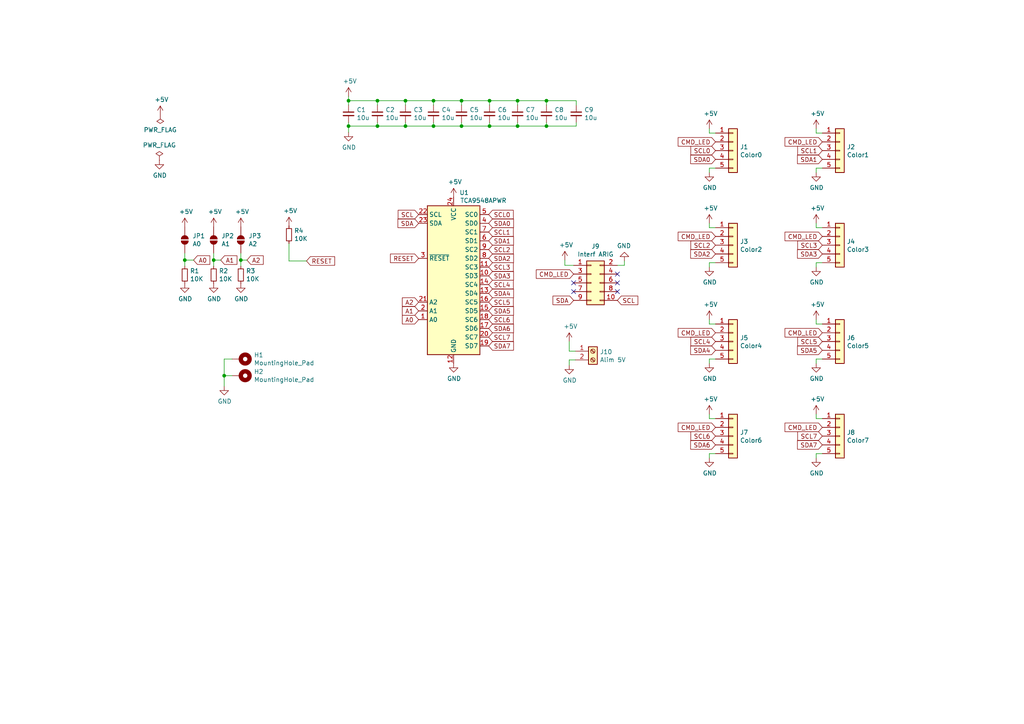
<source format=kicad_sch>
(kicad_sch (version 20231120) (generator "eeschema") (generator_version "8.0")
  (paper "A4")
  (lib_symbols
    (symbol "Connector:Screw_Terminal_01x02" (pin_names (offset 1.016) hide)
      (property "Reference" "J" (at 0 2.54 0))
      (property "Value" "Screw_Terminal_01x02" (at 0 -5.08 0))
      (symbol "Screw_Terminal_01x02_1_1"
        (rectangle (start -1.27 1.27) (end 1.27 -3.81) (stroke (width 0.254)) (fill (type background)))
        (circle (center 0 -2.54) (radius 0.635) (stroke (width 0.1524)))
        (polyline (pts (xy -0.5334 -2.2098) (xy 0.3302 -3.048)) (stroke (width 0.1524)))
        (polyline (pts (xy -0.5334 0.3302) (xy 0.3302 -0.508)) (stroke (width 0.1524)))
        (polyline (pts (xy -0.3556 -2.032) (xy 0.508 -2.8702)) (stroke (width 0.1524)))
        (polyline (pts (xy -0.3556 0.508) (xy 0.508 -0.3302)) (stroke (width 0.1524)))
        (circle (center 0 0) (radius 0.635) (stroke (width 0.1524)))
        (pin passive line (at -5.08 0 0) (length 3.81) (name "Pin_1") (number "1"))
        (pin passive line (at -5.08 -2.54 0) (length 3.81) (name "Pin_2") (number "2"))
      )
    )
    (symbol "Connector_Generic:Conn_01x05" (pin_names (offset 1.016) hide)
      (property "Reference" "J" (at 0 7.62 0))
      (property "Value" "Conn_01x05" (at 0 -7.62 0))
      (symbol "Conn_01x05_1_1"
        (rectangle (start -1.27 -4.953) (end 0 -5.207) (stroke (width 0.1524)))
        (rectangle (start -1.27 -2.413) (end 0 -2.667) (stroke (width 0.1524)))
        (rectangle (start -1.27 0.127) (end 0 -0.127) (stroke (width 0.1524)))
        (rectangle (start -1.27 2.667) (end 0 2.413) (stroke (width 0.1524)))
        (rectangle (start -1.27 5.207) (end 0 4.953) (stroke (width 0.1524)))
        (rectangle (start -1.27 6.35) (end 1.27 -6.35) (stroke (width 0.254)) (fill (type background)))
        (pin passive line (at -5.08 5.08 0) (length 3.81) (name "Pin_1") (number "1"))
        (pin passive line (at -5.08 2.54 0) (length 3.81) (name "Pin_2") (number "2"))
        (pin passive line (at -5.08 0 0) (length 3.81) (name "Pin_3") (number "3"))
        (pin passive line (at -5.08 -2.54 0) (length 3.81) (name "Pin_4") (number "4"))
        (pin passive line (at -5.08 -5.08 0) (length 3.81) (name "Pin_5") (number "5"))
      )
    )
    (symbol "Connector_Generic:Conn_02x05_Odd_Even" (pin_names (offset 1.016) hide)
      (property "Reference" "J" (at 1.27 7.62 0))
      (property "Value" "Conn_02x05_Odd_Even" (at 1.27 -7.62 0))
      (symbol "Conn_02x05_Odd_Even_1_1"
        (rectangle (start -1.27 -4.953) (end 0 -5.207) (stroke (width 0.1524)))
        (rectangle (start -1.27 -2.413) (end 0 -2.667) (stroke (width 0.1524)))
        (rectangle (start -1.27 0.127) (end 0 -0.127) (stroke (width 0.1524)))
        (rectangle (start -1.27 2.667) (end 0 2.413) (stroke (width 0.1524)))
        (rectangle (start -1.27 5.207) (end 0 4.953) (stroke (width 0.1524)))
        (rectangle (start -1.27 6.35) (end 3.81 -6.35) (stroke (width 0.254)) (fill (type background)))
        (rectangle (start 3.81 -4.953) (end 2.54 -5.207) (stroke (width 0.1524)))
        (rectangle (start 3.81 -2.413) (end 2.54 -2.667) (stroke (width 0.1524)))
        (rectangle (start 3.81 0.127) (end 2.54 -0.127) (stroke (width 0.1524)))
        (rectangle (start 3.81 2.667) (end 2.54 2.413) (stroke (width 0.1524)))
        (rectangle (start 3.81 5.207) (end 2.54 4.953) (stroke (width 0.1524)))
        (pin passive line (at -5.08 5.08 0) (length 3.81) (name "Pin_1") (number "1"))
        (pin passive line (at 7.62 -5.08 180) (length 3.81) (name "Pin_10") (number "10"))
        (pin passive line (at 7.62 5.08 180) (length 3.81) (name "Pin_2") (number "2"))
        (pin passive line (at -5.08 2.54 0) (length 3.81) (name "Pin_3") (number "3"))
        (pin passive line (at 7.62 2.54 180) (length 3.81) (name "Pin_4") (number "4"))
        (pin passive line (at -5.08 0 0) (length 3.81) (name "Pin_5") (number "5"))
        (pin passive line (at 7.62 0 180) (length 3.81) (name "Pin_6") (number "6"))
        (pin passive line (at -5.08 -2.54 0) (length 3.81) (name "Pin_7") (number "7"))
        (pin passive line (at 7.62 -2.54 180) (length 3.81) (name "Pin_8") (number "8"))
        (pin passive line (at -5.08 -5.08 0) (length 3.81) (name "Pin_9") (number "9"))
      )
    )
    (symbol "Device:C_Small" (pin_numbers hide) (pin_names (offset 0.254) hide)
      (property "Reference" "C" (at 0.254 1.778 0))
      (property "Value" "C_Small" (at 0.254 -2.032 0))
      (symbol "C_Small_0_1"
        (polyline (pts (xy -1.524 -0.508) (xy 1.524 -0.508)) (stroke (width 0.3302)))
        (polyline (pts (xy -1.524 0.508) (xy 1.524 0.508)) (stroke (width 0.3048)))
      )
      (symbol "C_Small_1_1"
        (pin passive line (at 0 2.54 270) (length 2.032) (name "~") (number "1"))
        (pin passive line (at 0 -2.54 90) (length 2.032) (name "~") (number "2"))
      )
    )
    (symbol "Device:R_Small" (pin_numbers hide) (pin_names (offset 0.254) hide)
      (property "Reference" "R" (at 0.762 0.508 0))
      (property "Value" "R_Small" (at 0.762 -1.016 0))
      (symbol "R_Small_0_1"
        (rectangle (start -0.762 1.778) (end 0.762 -1.778) (stroke (width 0.2032)))
      )
      (symbol "R_Small_1_1"
        (pin passive line (at 0 2.54 270) (length 0.762) (name "~") (number "1"))
        (pin passive line (at 0 -2.54 90) (length 0.762) (name "~") (number "2"))
      )
    )
    (symbol "Interface_Expansion:TCA9548APWR"
      (property "Reference" "U" (at -7.62 21.59 0))
      (property "Value" "TCA9548APWR" (at 1.016 21.59 0))
      (symbol "TCA9548APWR_0_1"
        (rectangle (start -7.62 20.32) (end 7.62 -22.86) (stroke (width 0.254)) (fill (type background)))
      )
      (symbol "TCA9548APWR_1_1"
        (pin input line (at -10.16 -12.7 0) (length 2.54) (name "A0") (number "1"))
        (pin bidirectional line (at 10.16 0 180) (length 2.54) (name "SD3") (number "10"))
        (pin output line (at 10.16 2.54 180) (length 2.54) (name "SC3") (number "11"))
        (pin power_in line (at 0 -25.4 90) (length 2.54) (name "GND") (number "12"))
        (pin bidirectional line (at 10.16 -5.08 180) (length 2.54) (name "SD4") (number "13"))
        (pin output line (at 10.16 -2.54 180) (length 2.54) (name "SC4") (number "14"))
        (pin bidirectional line (at 10.16 -10.16 180) (length 2.54) (name "SD5") (number "15"))
        (pin output line (at 10.16 -7.62 180) (length 2.54) (name "SC5") (number "16"))
        (pin bidirectional line (at 10.16 -15.24 180) (length 2.54) (name "SD6") (number "17"))
        (pin output line (at 10.16 -12.7 180) (length 2.54) (name "SC6") (number "18"))
        (pin bidirectional line (at 10.16 -20.32 180) (length 2.54) (name "SD7") (number "19"))
        (pin input line (at -10.16 -10.16 0) (length 2.54) (name "A1") (number "2"))
        (pin output line (at 10.16 -17.78 180) (length 2.54) (name "SC7") (number "20"))
        (pin input line (at -10.16 -7.62 0) (length 2.54) (name "A2") (number "21"))
        (pin input line (at -10.16 17.78 0) (length 2.54) (name "SCL") (number "22"))
        (pin bidirectional line (at -10.16 15.24 0) (length 2.54) (name "SDA") (number "23"))
        (pin power_in line (at 0 22.86 270) (length 2.54) (name "VCC") (number "24"))
        (pin input line (at -10.16 5.08 0) (length 2.54) (name "~{RESET}") (number "3"))
        (pin bidirectional line (at 10.16 15.24 180) (length 2.54) (name "SD0") (number "4"))
        (pin output line (at 10.16 17.78 180) (length 2.54) (name "SC0") (number "5"))
        (pin bidirectional line (at 10.16 10.16 180) (length 2.54) (name "SD1") (number "6"))
        (pin output line (at 10.16 12.7 180) (length 2.54) (name "SC1") (number "7"))
        (pin bidirectional line (at 10.16 5.08 180) (length 2.54) (name "SD2") (number "8"))
        (pin output line (at 10.16 7.62 180) (length 2.54) (name "SC2") (number "9"))
      )
    )
    (symbol "Jumper:SolderJumper_2_Open" (pin_numbers hide) (pin_names (offset 0) hide) (exclude_from_sim yes) (in_bom no)
      (property "Reference" "JP" (at 0 2.032 0))
      (property "Value" "SolderJumper_2_Open" (at 0 -2.54 0))
      (symbol "SolderJumper_2_Open_0_1"
        (arc (start -0.254 1.016) (mid -1.2656 0) (end -0.254 -1.016))
        (arc (start -0.254 1.016) (mid -1.2656 0) (end -0.254 -1.016) (fill (type outline)))
        (polyline (pts (xy -0.254 1.016) (xy -0.254 -1.016)))
        (polyline (pts (xy 0.254 1.016) (xy 0.254 -1.016)))
        (arc (start 0.254 -1.016) (mid 1.2656 0) (end 0.254 1.016))
        (arc (start 0.254 -1.016) (mid 1.2656 0) (end 0.254 1.016) (fill (type outline)))
      )
      (symbol "SolderJumper_2_Open_1_1"
        (pin passive line (at -3.81 0 0) (length 2.54) (name "A") (number "1"))
        (pin passive line (at 3.81 0 180) (length 2.54) (name "B") (number "2"))
      )
    )
    (symbol "Mechanical:MountingHole_Pad" (pin_numbers hide) (pin_names (offset 1.016) hide) (exclude_from_sim yes) (in_bom no)
      (property "Reference" "H" (at 0 6.35 0))
      (property "Value" "MountingHole_Pad" (at 0 4.445 0))
      (symbol "MountingHole_Pad_0_1"
        (circle (center 0 1.27) (radius 1.27) (stroke (width 1.27)))
      )
      (symbol "MountingHole_Pad_1_1"
        (pin input line (at 0 -2.54 90) (length 2.54) (name "1") (number "1"))
      )
    )
    (symbol "MultiplexeurCouleur-rescue:+5V-power" (power) (pin_names (offset 0))
      (property "Value" "power_+5V" (at 0 3.556 0))
      (symbol "+5V-power_0_1"
        (polyline (pts (xy -0.762 1.27) (xy 0 2.54)))
        (polyline (pts (xy 0 0) (xy 0 2.54)))
        (polyline (pts (xy 0 2.54) (xy 0.762 1.27)))
      )
      (symbol "+5V-power_1_1"
        (pin power_in line (at 0 0 90) (length 0) hide (name "+5V") (number "1"))
      )
    )
    (symbol "MultiplexeurCouleur-rescue:GND-power" (power) (pin_names (offset 0))
      (property "Value" "power_GND" (at 0 -3.81 0))
      (symbol "GND-power_0_1"
        (polyline (pts (xy 0 0) (xy 0 -1.27) (xy 1.27 -1.27) (xy 0 -2.54) (xy -1.27 -1.27) (xy 0 -1.27)))
      )
      (symbol "GND-power_1_1"
        (pin power_in line (at 0 0 270) (length 0) hide (name "GND") (number "1"))
      )
    )
    (symbol "MultiplexeurCouleur-rescue:PWR_FLAG-power" (power) (pin_numbers hide) (pin_names (offset 0) hide)
      (property "Value" "power_PWR_FLAG" (at 0 3.81 0))
      (symbol "PWR_FLAG-power_0_0"
        (pin power_out line (at 0 0 90) (length 0) (name "pwr") (number "1"))
      )
      (symbol "PWR_FLAG-power_0_1"
        (polyline (pts (xy 0 0) (xy 0 1.27) (xy -1.016 1.905) (xy 0 2.54) (xy 1.016 1.905) (xy 0 1.27)))
      )
    )
  )
  (junction (at 117.602 29.21))
  (junction (at 69.85 75.438))
  (junction (at 125.73 29.21))
  (junction (at 133.858 29.21))
  (junction (at 125.73 36.576))
  (junction (at 109.474 29.21))
  (junction (at 133.858 36.576))
  (junction (at 117.602 36.576))
  (junction (at 158.496 36.576))
  (junction (at 150.114 29.21))
  (junction (at 65.024 108.966))
  (junction (at 101.092 36.576))
  (junction (at 53.594 75.438))
  (junction (at 158.496 29.21))
  (junction (at 141.986 36.576))
  (junction (at 61.976 75.438))
  (junction (at 101.092 29.21))
  (junction (at 109.474 36.576))
  (junction (at 141.986 29.21))
  (junction (at 150.114 36.576))
  (no_connect (at 166.37 84.582))
  (no_connect (at 179.07 79.502))
  (no_connect (at 166.37 82.042))
  (no_connect (at 179.07 82.042))
  (no_connect (at 179.07 84.582))
  (wire (pts (xy 236.728 131.572) (xy 236.728 132.842)))
  (wire (pts (xy 141.986 30.48) (xy 141.986 29.21)))
  (wire (pts (xy 165.1 104.394) (xy 166.878 104.394)))
  (wire (pts (xy 236.728 76.2) (xy 236.728 77.47)))
  (wire (pts (xy 207.518 66.04) (xy 205.74 66.04)))
  (wire (pts (xy 167.132 36.576) (xy 158.496 36.576)))
  (wire (pts (xy 101.092 36.576) (xy 101.092 35.56)))
  (wire (pts (xy 53.594 75.438) (xy 53.594 77.216)))
  (wire (pts (xy 238.506 38.608) (xy 236.728 38.608)))
  (wire (pts (xy 101.092 27.94) (xy 101.092 29.21)))
  (wire (pts (xy 167.132 30.48) (xy 167.132 29.21)))
  (wire (pts (xy 205.74 38.608) (xy 205.74 37.338)))
  (wire (pts (xy 207.518 93.98) (xy 205.74 93.98)))
  (wire (pts (xy 150.114 36.576) (xy 141.986 36.576)))
  (wire (pts (xy 238.506 48.768) (xy 236.728 48.768)))
  (wire (pts (xy 165.1 101.854) (xy 166.878 101.854)))
  (wire (pts (xy 163.83 76.962) (xy 166.37 76.962)))
  (wire (pts (xy 236.728 38.608) (xy 236.728 37.338)))
  (wire (pts (xy 117.602 35.56) (xy 117.602 36.576)))
  (wire (pts (xy 158.496 30.48) (xy 158.496 29.21)))
  (wire (pts (xy 205.74 104.14) (xy 205.74 105.41)))
  (wire (pts (xy 61.976 77.216) (xy 61.976 75.438)))
  (wire (pts (xy 179.07 76.962) (xy 181.102 76.962)))
  (wire (pts (xy 207.518 131.572) (xy 205.74 131.572)))
  (wire (pts (xy 141.986 36.576) (xy 133.858 36.576)))
  (wire (pts (xy 207.518 121.412) (xy 205.74 121.412)))
  (wire (pts (xy 65.024 104.14) (xy 65.024 108.966)))
  (wire (pts (xy 163.83 75.438) (xy 163.83 76.962)))
  (wire (pts (xy 205.74 93.98) (xy 205.74 92.71)))
  (wire (pts (xy 236.728 48.768) (xy 236.728 50.038)))
  (wire (pts (xy 125.73 36.576) (xy 117.602 36.576)))
  (wire (pts (xy 133.858 35.56) (xy 133.858 36.576)))
  (wire (pts (xy 181.102 76.962) (xy 181.102 75.692)))
  (wire (pts (xy 125.73 35.56) (xy 125.73 36.576)))
  (wire (pts (xy 109.474 35.56) (xy 109.474 36.576)))
  (wire (pts (xy 236.728 121.412) (xy 236.728 120.142)))
  (wire (pts (xy 69.85 73.406) (xy 69.85 75.438)))
  (wire (pts (xy 71.628 75.438) (xy 69.85 75.438)))
  (wire (pts (xy 56.134 75.438) (xy 53.594 75.438)))
  (wire (pts (xy 238.506 93.98) (xy 236.728 93.98)))
  (wire (pts (xy 207.518 76.2) (xy 205.74 76.2)))
  (wire (pts (xy 133.858 36.576) (xy 125.73 36.576)))
  (wire (pts (xy 141.986 29.21) (xy 133.858 29.21)))
  (wire (pts (xy 165.1 105.918) (xy 165.1 104.394)))
  (wire (pts (xy 167.132 29.21) (xy 158.496 29.21)))
  (wire (pts (xy 125.73 30.48) (xy 125.73 29.21)))
  (wire (pts (xy 101.092 38.354) (xy 101.092 36.576)))
  (wire (pts (xy 141.986 35.56) (xy 141.986 36.576)))
  (wire (pts (xy 83.82 75.692) (xy 88.9 75.692)))
  (wire (pts (xy 133.858 30.48) (xy 133.858 29.21)))
  (wire (pts (xy 65.024 108.966) (xy 67.31 108.966)))
  (wire (pts (xy 125.73 29.21) (xy 117.602 29.21)))
  (wire (pts (xy 53.594 73.406) (xy 53.594 75.438)))
  (wire (pts (xy 158.496 35.56) (xy 158.496 36.576)))
  (wire (pts (xy 133.858 29.21) (xy 125.73 29.21)))
  (wire (pts (xy 117.602 36.576) (xy 109.474 36.576)))
  (wire (pts (xy 207.518 38.608) (xy 205.74 38.608)))
  (wire (pts (xy 205.74 48.768) (xy 205.74 50.038)))
  (wire (pts (xy 69.85 75.438) (xy 69.85 77.216)))
  (wire (pts (xy 150.114 30.48) (xy 150.114 29.21)))
  (wire (pts (xy 61.976 75.438) (xy 61.976 73.406)))
  (wire (pts (xy 236.728 104.14) (xy 236.728 105.41)))
  (wire (pts (xy 207.518 104.14) (xy 205.74 104.14)))
  (wire (pts (xy 150.114 29.21) (xy 141.986 29.21)))
  (wire (pts (xy 238.506 131.572) (xy 236.728 131.572)))
  (wire (pts (xy 158.496 29.21) (xy 150.114 29.21)))
  (wire (pts (xy 205.74 121.412) (xy 205.74 120.142)))
  (wire (pts (xy 67.31 104.14) (xy 65.024 104.14)))
  (wire (pts (xy 207.518 48.768) (xy 205.74 48.768)))
  (wire (pts (xy 205.74 76.2) (xy 205.74 77.47)))
  (wire (pts (xy 236.728 93.98) (xy 236.728 92.71)))
  (wire (pts (xy 83.82 70.612) (xy 83.82 75.692)))
  (wire (pts (xy 205.74 131.572) (xy 205.74 132.842)))
  (wire (pts (xy 238.506 104.14) (xy 236.728 104.14)))
  (wire (pts (xy 238.506 76.2) (xy 236.728 76.2)))
  (wire (pts (xy 64.008 75.438) (xy 61.976 75.438)))
  (wire (pts (xy 236.728 66.04) (xy 236.728 64.77)))
  (wire (pts (xy 150.114 35.56) (xy 150.114 36.576)))
  (wire (pts (xy 109.474 36.576) (xy 101.092 36.576)))
  (wire (pts (xy 165.1 99.06) (xy 165.1 101.854)))
  (wire (pts (xy 65.024 112.014) (xy 65.024 108.966)))
  (wire (pts (xy 109.474 30.48) (xy 109.474 29.21)))
  (wire (pts (xy 158.496 36.576) (xy 150.114 36.576)))
  (wire (pts (xy 101.092 29.21) (xy 101.092 30.48)))
  (wire (pts (xy 238.506 121.412) (xy 236.728 121.412)))
  (wire (pts (xy 109.474 29.21) (xy 101.092 29.21)))
  (wire (pts (xy 117.602 29.21) (xy 109.474 29.21)))
  (wire (pts (xy 238.506 66.04) (xy 236.728 66.04)))
  (wire (pts (xy 205.74 66.04) (xy 205.74 64.77)))
  (wire (pts (xy 117.602 30.48) (xy 117.602 29.21)))
  (wire (pts (xy 167.132 35.56) (xy 167.132 36.576)))
  (global_label "SCL1" (shape input) (at 238.506 43.688 180) (property "Intersheetrefs" "${INTERSHEET_REFS}" (effects (hide yes))))
  (global_label "CMD_LED" (shape input) (at 238.506 96.52 180) (property "Intersheetrefs" "${INTERSHEET_REFS}" (effects (hide yes))))
  (global_label "SCL7" (shape input) (at 141.732 97.79 0) (property "Intersheetrefs" "${INTERSHEET_REFS}" (effects (hide yes))))
  (global_label "SDA4" (shape input) (at 141.732 85.09 0) (property "Intersheetrefs" "${INTERSHEET_REFS}" (effects (hide yes))))
  (global_label "SDA0" (shape input) (at 141.732 64.77 0) (property "Intersheetrefs" "${INTERSHEET_REFS}" (effects (hide yes))))
  (global_label "SCL4" (shape input) (at 141.732 82.55 0) (property "Intersheetrefs" "${INTERSHEET_REFS}" (effects (hide yes))))
  (global_label "SCL3" (shape input) (at 141.732 77.47 0) (property "Intersheetrefs" "${INTERSHEET_REFS}" (effects (hide yes))))
  (global_label "SDA2" (shape input) (at 207.518 73.66 180) (property "Intersheetrefs" "${INTERSHEET_REFS}" (effects (hide yes))))
  (global_label "CMD_LED" (shape input) (at 207.518 41.148 180) (property "Intersheetrefs" "${INTERSHEET_REFS}" (effects (hide yes))))
  (global_label "CMD_LED" (shape input) (at 238.506 123.952 180) (property "Intersheetrefs" "${INTERSHEET_REFS}" (effects (hide yes))))
  (global_label "CMD_LED" (shape input) (at 238.506 41.148 180) (property "Intersheetrefs" "${INTERSHEET_REFS}" (effects (hide yes))))
  (global_label "SDA6" (shape input) (at 207.518 129.032 180) (property "Intersheetrefs" "${INTERSHEET_REFS}" (effects (hide yes))))
  (global_label "CMD_LED" (shape input) (at 166.37 79.502 180) (property "Intersheetrefs" "${INTERSHEET_REFS}" (effects (hide yes))))
  (global_label "A0" (shape input) (at 56.134 75.438 0) (property "Intersheetrefs" "${INTERSHEET_REFS}" (effects (hide yes))))
  (global_label "SDA5" (shape input) (at 238.506 101.6 180) (property "Intersheetrefs" "${INTERSHEET_REFS}" (effects (hide yes))))
  (global_label "CMD_LED" (shape input) (at 238.506 68.58 180) (property "Intersheetrefs" "${INTERSHEET_REFS}" (effects (hide yes))))
  (global_label "SCL6" (shape input) (at 141.732 92.71 0) (property "Intersheetrefs" "${INTERSHEET_REFS}" (effects (hide yes))))
  (global_label "A0" (shape input) (at 121.412 92.71 180) (property "Intersheetrefs" "${INTERSHEET_REFS}" (effects (hide yes))))
  (global_label "SCL6" (shape input) (at 207.518 126.492 180) (property "Intersheetrefs" "${INTERSHEET_REFS}" (effects (hide yes))))
  (global_label "SDA1" (shape input) (at 238.506 46.228 180) (property "Intersheetrefs" "${INTERSHEET_REFS}" (effects (hide yes))))
  (global_label "RESET" (shape input) (at 121.412 74.93 180) (property "Intersheetrefs" "${INTERSHEET_REFS}" (effects (hide yes))))
  (global_label "SCL2" (shape input) (at 141.732 72.39 0) (property "Intersheetrefs" "${INTERSHEET_REFS}" (effects (hide yes))))
  (global_label "SCL5" (shape input) (at 238.506 99.06 180) (property "Intersheetrefs" "${INTERSHEET_REFS}" (effects (hide yes))))
  (global_label "SCL4" (shape input) (at 207.518 99.06 180) (property "Intersheetrefs" "${INTERSHEET_REFS}" (effects (hide yes))))
  (global_label "SCL" (shape input) (at 179.07 87.122 0) (property "Intersheetrefs" "${INTERSHEET_REFS}" (effects (hide yes))))
  (global_label "CMD_LED" (shape input) (at 207.518 123.952 180) (property "Intersheetrefs" "${INTERSHEET_REFS}" (effects (hide yes))))
  (global_label "SDA1" (shape input) (at 141.732 69.85 0) (property "Intersheetrefs" "${INTERSHEET_REFS}" (effects (hide yes))))
  (global_label "A1" (shape input) (at 64.008 75.438 0) (property "Intersheetrefs" "${INTERSHEET_REFS}" (effects (hide yes))))
  (global_label "SDA" (shape input) (at 121.412 64.77 180) (property "Intersheetrefs" "${INTERSHEET_REFS}" (effects (hide yes))))
  (global_label "SDA" (shape input) (at 166.37 87.122 180) (property "Intersheetrefs" "${INTERSHEET_REFS}" (effects (hide yes))))
  (global_label "SDA2" (shape input) (at 141.732 74.93 0) (property "Intersheetrefs" "${INTERSHEET_REFS}" (effects (hide yes))))
  (global_label "SDA6" (shape input) (at 141.732 95.25 0) (property "Intersheetrefs" "${INTERSHEET_REFS}" (effects (hide yes))))
  (global_label "CMD_LED" (shape input) (at 207.518 68.58 180) (property "Intersheetrefs" "${INTERSHEET_REFS}" (effects (hide yes))))
  (global_label "SDA3" (shape input) (at 238.506 73.66 180) (property "Intersheetrefs" "${INTERSHEET_REFS}" (effects (hide yes))))
  (global_label "SCL0" (shape input) (at 141.732 62.23 0) (property "Intersheetrefs" "${INTERSHEET_REFS}" (effects (hide yes))))
  (global_label "SCL2" (shape input) (at 207.518 71.12 180) (property "Intersheetrefs" "${INTERSHEET_REFS}" (effects (hide yes))))
  (global_label "SDA5" (shape input) (at 141.732 90.17 0) (property "Intersheetrefs" "${INTERSHEET_REFS}" (effects (hide yes))))
  (global_label "SCL0" (shape input) (at 207.518 43.688 180) (property "Intersheetrefs" "${INTERSHEET_REFS}" (effects (hide yes))))
  (global_label "A2" (shape input) (at 121.412 87.63 180) (property "Intersheetrefs" "${INTERSHEET_REFS}" (effects (hide yes))))
  (global_label "SDA7" (shape input) (at 141.732 100.33 0) (property "Intersheetrefs" "${INTERSHEET_REFS}" (effects (hide yes))))
  (global_label "SDA4" (shape input) (at 207.518 101.6 180) (property "Intersheetrefs" "${INTERSHEET_REFS}" (effects (hide yes))))
  (global_label "SCL1" (shape input) (at 141.732 67.31 0) (property "Intersheetrefs" "${INTERSHEET_REFS}" (effects (hide yes))))
  (global_label "SDA7" (shape input) (at 238.506 129.032 180) (property "Intersheetrefs" "${INTERSHEET_REFS}" (effects (hide yes))))
  (global_label "SCL5" (shape input) (at 141.732 87.63 0) (property "Intersheetrefs" "${INTERSHEET_REFS}" (effects (hide yes))))
  (global_label "CMD_LED" (shape input) (at 207.518 96.52 180) (property "Intersheetrefs" "${INTERSHEET_REFS}" (effects (hide yes))))
  (global_label "SDA3" (shape input) (at 141.732 80.01 0) (property "Intersheetrefs" "${INTERSHEET_REFS}" (effects (hide yes))))
  (global_label "A2" (shape input) (at 71.628 75.438 0) (property "Intersheetrefs" "${INTERSHEET_REFS}" (effects (hide yes))))
  (global_label "RESET" (shape input) (at 88.9 75.692 0) (property "Intersheetrefs" "${INTERSHEET_REFS}" (effects (hide yes))))
  (global_label "A1" (shape input) (at 121.412 90.17 180) (property "Intersheetrefs" "${INTERSHEET_REFS}" (effects (hide yes))))
  (global_label "SCL3" (shape input) (at 238.506 71.12 180) (property "Intersheetrefs" "${INTERSHEET_REFS}" (effects (hide yes))))
  (global_label "SCL7" (shape input) (at 238.506 126.492 180) (property "Intersheetrefs" "${INTERSHEET_REFS}" (effects (hide yes))))
  (global_label "SDA0" (shape input) (at 207.518 46.228 180) (property "Intersheetrefs" "${INTERSHEET_REFS}" (effects (hide yes))))
  (global_label "SCL" (shape input) (at 121.412 62.23 180) (property "Intersheetrefs" "${INTERSHEET_REFS}" (effects (hide yes))))
  (symbol (lib_id "Interface_Expansion:TCA9548APWR") (at 131.572 80.01 0) (unit 1)
    (property "Reference" "U1" (at 134.62 55.88 0))
    (property "Value" "TCA9548APWR" (at 140.208 58.166 0))
    (property "Footprint" "Package_SO:TSSOP-24_4.4x7.8mm_P0.65mm" (effects (hide yes)))
    (property "Datasheet" "http://www.ti.com/lit/ds/symlink/tca9548a.pdf" (effects (hide yes)))
    (property "LCSC Part" "C130026" (effects (hide yes)))
  )
  (symbol (lib_id "Device:R_Small") (at 69.85 79.756 0) (unit 1)
    (property "Reference" "R3" (at 71.3486 78.5876 0) (effects (justify left)))
    (property "Value" "10K" (at 71.3486 80.899 0) (effects (justify left)))
    (property "Footprint" "Resistor_SMD:R_0805_2012Metric_Pad1.20x1.40mm_HandSolder" (effects (hide yes)))
    (property "LCSC Part" "C17414" (effects (hide yes)))
  )
  (symbol (lib_id "Device:R_Small") (at 61.976 79.756 0) (unit 1)
    (property "Reference" "R2" (at 63.4746 78.5876 0) (effects (justify left)))
    (property "Value" "10K" (at 63.4746 80.899 0) (effects (justify left)))
    (property "Footprint" "Resistor_SMD:R_0805_2012Metric_Pad1.20x1.40mm_HandSolder" (effects (hide yes)))
    (property "LCSC Part" "C17414" (effects (hide yes)))
  )
  (symbol (lib_id "Device:R_Small") (at 53.594 79.756 0) (unit 1)
    (property "Reference" "R1" (at 55.0926 78.5876 0) (effects (justify left)))
    (property "Value" "10K" (at 55.0926 80.899 0) (effects (justify left)))
    (property "Footprint" "Resistor_SMD:R_0805_2012Metric_Pad1.20x1.40mm_HandSolder" (effects (hide yes)))
    (property "LCSC Part" "C17414" (effects (hide yes)))
  )
  (symbol (lib_id "MultiplexeurCouleur-rescue:GND-power") (at 53.594 82.296 0) (unit 1)
    (property "Reference" "#PWR02" (effects (hide yes)))
    (property "Value" "GND" (at 53.721 86.6902 0))
  )
  (symbol (lib_id "MultiplexeurCouleur-rescue:GND-power") (at 61.976 82.296 0) (unit 1)
    (property "Reference" "#PWR04" (effects (hide yes)))
    (property "Value" "GND" (at 62.103 86.6902 0))
  )
  (symbol (lib_id "MultiplexeurCouleur-rescue:GND-power") (at 69.85 82.296 0) (unit 1)
    (property "Reference" "#PWR06" (effects (hide yes)))
    (property "Value" "GND" (at 69.977 86.6902 0))
  )
  (symbol (lib_id "MultiplexeurCouleur-rescue:+5V-power") (at 53.594 65.786 0) (unit 1)
    (property "Reference" "#PWR01" (effects (hide yes)))
    (property "Value" "+5V" (at 53.975 61.3918 0))
  )
  (symbol (lib_id "Jumper:SolderJumper_2_Open") (at 53.594 69.596 90) (unit 1)
    (property "Reference" "JP1" (at 55.8292 68.4276 90) (effects (justify right)))
    (property "Value" "A0" (at 55.8292 70.739 90) (effects (justify right)))
    (property "Footprint" "Jumper:SolderJumper-2_P1.3mm_Open_Pad1.0x1.5mm" (effects (hide yes)))
    (property "JLCPCB BOM" "0" (effects (hide yes)))
  )
  (symbol (lib_id "Jumper:SolderJumper_2_Open") (at 61.976 69.596 90) (unit 1)
    (property "Reference" "JP2" (at 64.2112 68.4276 90) (effects (justify right)))
    (property "Value" "A1" (at 64.2112 70.739 90) (effects (justify right)))
    (property "Footprint" "Jumper:SolderJumper-2_P1.3mm_Open_Pad1.0x1.5mm" (effects (hide yes)))
    (property "JLCPCB BOM" "0" (effects (hide yes)))
  )
  (symbol (lib_id "Jumper:SolderJumper_2_Open") (at 69.85 69.596 90) (unit 1)
    (property "Reference" "JP3" (at 72.0852 68.4276 90) (effects (justify right)))
    (property "Value" "A2" (at 72.0852 70.739 90) (effects (justify right)))
    (property "Footprint" "Jumper:SolderJumper-2_P1.3mm_Open_Pad1.0x1.5mm" (effects (hide yes)))
    (property "JLCPCB BOM" "0" (effects (hide yes)))
  )
  (symbol (lib_id "MultiplexeurCouleur-rescue:+5V-power") (at 61.976 65.786 0) (unit 1)
    (property "Reference" "#PWR03" (effects (hide yes)))
    (property "Value" "+5V" (at 62.357 61.3918 0))
  )
  (symbol (lib_id "MultiplexeurCouleur-rescue:+5V-power") (at 69.85 65.786 0) (unit 1)
    (property "Reference" "#PWR05" (effects (hide yes)))
    (property "Value" "+5V" (at 70.231 61.3918 0))
  )
  (symbol (lib_id "MultiplexeurCouleur-rescue:GND-power") (at 131.572 105.41 0) (unit 1)
    (property "Reference" "#PWR011" (effects (hide yes)))
    (property "Value" "GND" (at 131.699 109.8042 0))
  )
  (symbol (lib_id "MultiplexeurCouleur-rescue:+5V-power") (at 131.572 57.15 0) (unit 1)
    (property "Reference" "#PWR010" (effects (hide yes)))
    (property "Value" "+5V" (at 131.953 52.7558 0))
  )
  (symbol (lib_id "MultiplexeurCouleur-rescue:+5V-power") (at 101.092 27.94 0) (unit 1)
    (property "Reference" "#PWR08" (effects (hide yes)))
    (property "Value" "+5V" (at 101.473 23.5458 0))
  )
  (symbol (lib_id "MultiplexeurCouleur-rescue:GND-power") (at 101.092 38.354 0) (unit 1)
    (property "Reference" "#PWR09" (effects (hide yes)))
    (property "Value" "GND" (at 101.219 42.7482 0))
  )
  (symbol (lib_id "Device:C_Small") (at 101.092 33.02 0) (unit 1)
    (property "Reference" "C1" (at 103.4288 31.8516 0) (effects (justify left)))
    (property "Value" "10u" (at 103.4288 34.163 0) (effects (justify left)))
    (property "Footprint" "Capacitor_SMD:C_0805_2012Metric_Pad1.18x1.45mm_HandSolder" (effects (hide yes)))
    (property "Datasheet" "https://datasheet.lcsc.com/szlcsc/Samsung-Electro-Mechanics-CL21A106KAYNNNE_C15850.pdf" (effects (hide yes)))
    (property "LCSC Part" "C15850" (effects (hide yes)))
  )
  (symbol (lib_id "Device:R_Small") (at 83.82 68.072 180) (unit 1)
    (property "Reference" "R4" (at 85.3186 66.9036 0) (effects (justify right)))
    (property "Value" "10K" (at 85.3186 69.215 0) (effects (justify right)))
    (property "Footprint" "Resistor_SMD:R_0805_2012Metric_Pad1.20x1.40mm_HandSolder" (effects (hide yes)))
    (property "LCSC Part" "C17414" (effects (hide yes)))
  )
  (symbol (lib_id "MultiplexeurCouleur-rescue:+5V-power") (at 83.82 65.532 0) (unit 1)
    (property "Reference" "#PWR07" (effects (hide yes)))
    (property "Value" "+5V" (at 84.201 61.1378 0))
  )
  (symbol (lib_id "Connector_Generic:Conn_02x05_Odd_Even") (at 171.45 82.042 0) (unit 1)
    (property "Reference" "J9" (at 172.72 71.4502 0))
    (property "Value" "Interf ARIG" (at 172.72 73.7616 0))
    (property "Footprint" "Connector_IDC:IDC-Header_2x05_P2.54mm_Vertical" (effects (hide yes)))
    (property "JLCPCB BOM" "0" (effects (hide yes)))
  )
  (symbol (lib_id "MultiplexeurCouleur-rescue:GND-power") (at 181.102 75.692 180) (unit 1)
    (property "Reference" "#PWR013" (effects (hide yes)))
    (property "Value" "GND" (at 180.975 71.2978 0))
  )
  (symbol (lib_id "MultiplexeurCouleur-rescue:+5V-power") (at 163.83 75.438 0) (unit 1)
    (property "Reference" "#PWR012" (effects (hide yes)))
    (property "Value" "+5V" (at 164.211 71.0438 0))
  )
  (symbol (lib_id "Connector_Generic:Conn_01x05") (at 212.598 43.688 0) (unit 1)
    (property "Reference" "J1" (at 214.63 42.6212 0) (effects (justify left)))
    (property "Value" "Color0" (at 214.63 44.9326 0) (effects (justify left)))
    (property "Footprint" "Connector_JST:JST_PH_B5B-PH-K_1x05_P2.00mm_Vertical" (effects (hide yes)))
    (property "JLCPCB BOM" "0" (effects (hide yes)))
  )
  (symbol (lib_id "MultiplexeurCouleur-rescue:GND-power") (at 205.74 50.038 0) (unit 1)
    (property "Reference" "#PWR015" (effects (hide yes)))
    (property "Value" "GND" (at 205.867 54.4322 0))
  )
  (symbol (lib_id "MultiplexeurCouleur-rescue:+5V-power") (at 205.74 37.338 0) (unit 1)
    (property "Reference" "#PWR014" (effects (hide yes)))
    (property "Value" "+5V" (at 206.121 32.9438 0))
  )
  (symbol (lib_id "Connector_Generic:Conn_01x05") (at 243.586 43.688 0) (unit 1)
    (property "Reference" "J2" (at 245.618 42.6212 0) (effects (justify left)))
    (property "Value" "Color1" (at 245.618 44.9326 0) (effects (justify left)))
    (property "Footprint" "Connector_JST:JST_PH_B5B-PH-K_1x05_P2.00mm_Vertical" (effects (hide yes)))
    (property "JLCPCB BOM" "0" (effects (hide yes)))
  )
  (symbol (lib_id "MultiplexeurCouleur-rescue:GND-power") (at 236.728 50.038 0) (unit 1)
    (property "Reference" "#PWR023" (effects (hide yes)))
    (property "Value" "GND" (at 236.855 54.4322 0))
  )
  (symbol (lib_id "MultiplexeurCouleur-rescue:+5V-power") (at 236.728 37.338 0) (unit 1)
    (property "Reference" "#PWR022" (effects (hide yes)))
    (property "Value" "+5V" (at 237.109 32.9438 0))
  )
  (symbol (lib_id "Connector_Generic:Conn_01x05") (at 212.598 71.12 0) (unit 1)
    (property "Reference" "J3" (at 214.63 70.0532 0) (effects (justify left)))
    (property "Value" "Color2" (at 214.63 72.3646 0) (effects (justify left)))
    (property "Footprint" "Connector_JST:JST_PH_B5B-PH-K_1x05_P2.00mm_Vertical" (effects (hide yes)))
    (property "JLCPCB BOM" "0" (effects (hide yes)))
  )
  (symbol (lib_id "MultiplexeurCouleur-rescue:GND-power") (at 205.74 77.47 0) (unit 1)
    (property "Reference" "#PWR017" (effects (hide yes)))
    (property "Value" "GND" (at 205.867 81.8642 0))
  )
  (symbol (lib_id "MultiplexeurCouleur-rescue:+5V-power") (at 205.74 64.77 0) (unit 1)
    (property "Reference" "#PWR016" (effects (hide yes)))
    (property "Value" "+5V" (at 206.121 60.3758 0))
  )
  (symbol (lib_id "Connector_Generic:Conn_01x05") (at 243.586 71.12 0) (unit 1)
    (property "Reference" "J4" (at 245.618 70.0532 0) (effects (justify left)))
    (property "Value" "Color3" (at 245.618 72.3646 0) (effects (justify left)))
    (property "Footprint" "Connector_JST:JST_PH_B5B-PH-K_1x05_P2.00mm_Vertical" (effects (hide yes)))
    (property "JLCPCB BOM" "0" (effects (hide yes)))
  )
  (symbol (lib_id "MultiplexeurCouleur-rescue:GND-power") (at 236.728 77.47 0) (unit 1)
    (property "Reference" "#PWR025" (effects (hide yes)))
    (property "Value" "GND" (at 236.855 81.8642 0))
  )
  (symbol (lib_id "MultiplexeurCouleur-rescue:+5V-power") (at 236.728 64.77 0) (unit 1)
    (property "Reference" "#PWR024" (effects (hide yes)))
    (property "Value" "+5V" (at 237.109 60.3758 0))
  )
  (symbol (lib_id "Connector_Generic:Conn_01x05") (at 212.598 99.06 0) (unit 1)
    (property "Reference" "J5" (at 214.63 97.9932 0) (effects (justify left)))
    (property "Value" "Color4" (at 214.63 100.3046 0) (effects (justify left)))
    (property "Footprint" "Connector_JST:JST_PH_B5B-PH-K_1x05_P2.00mm_Vertical" (effects (hide yes)))
    (property "JLCPCB BOM" "0" (effects (hide yes)))
  )
  (symbol (lib_id "MultiplexeurCouleur-rescue:GND-power") (at 205.74 105.41 0) (unit 1)
    (property "Reference" "#PWR019" (effects (hide yes)))
    (property "Value" "GND" (at 205.867 109.8042 0))
  )
  (symbol (lib_id "MultiplexeurCouleur-rescue:+5V-power") (at 205.74 92.71 0) (unit 1)
    (property "Reference" "#PWR018" (effects (hide yes)))
    (property "Value" "+5V" (at 206.121 88.3158 0))
  )
  (symbol (lib_id "Connector_Generic:Conn_01x05") (at 243.586 99.06 0) (unit 1)
    (property "Reference" "J6" (at 245.618 97.9932 0) (effects (justify left)))
    (property "Value" "Color5" (at 245.618 100.3046 0) (effects (justify left)))
    (property "Footprint" "Connector_JST:JST_PH_B5B-PH-K_1x05_P2.00mm_Vertical" (effects (hide yes)))
    (property "JLCPCB BOM" "0" (effects (hide yes)))
  )
  (symbol (lib_id "MultiplexeurCouleur-rescue:GND-power") (at 236.728 105.41 0) (unit 1)
    (property "Reference" "#PWR027" (effects (hide yes)))
    (property "Value" "GND" (at 236.855 109.8042 0))
  )
  (symbol (lib_id "MultiplexeurCouleur-rescue:+5V-power") (at 236.728 92.71 0) (unit 1)
    (property "Reference" "#PWR026" (effects (hide yes)))
    (property "Value" "+5V" (at 237.109 88.3158 0))
  )
  (symbol (lib_id "Connector_Generic:Conn_01x05") (at 212.598 126.492 0) (unit 1)
    (property "Reference" "J7" (at 214.63 125.4252 0) (effects (justify left)))
    (property "Value" "Color6" (at 214.63 127.7366 0) (effects (justify left)))
    (property "Footprint" "Connector_JST:JST_PH_B5B-PH-K_1x05_P2.00mm_Vertical" (effects (hide yes)))
    (property "JLCPCB BOM" "0" (effects (hide yes)))
  )
  (symbol (lib_id "MultiplexeurCouleur-rescue:GND-power") (at 205.74 132.842 0) (unit 1)
    (property "Reference" "#PWR021" (effects (hide yes)))
    (property "Value" "GND" (at 205.867 137.2362 0))
  )
  (symbol (lib_id "MultiplexeurCouleur-rescue:+5V-power") (at 205.74 120.142 0) (unit 1)
    (property "Reference" "#PWR020" (effects (hide yes)))
    (property "Value" "+5V" (at 206.121 115.7478 0))
  )
  (symbol (lib_id "Connector_Generic:Conn_01x05") (at 243.586 126.492 0) (unit 1)
    (property "Reference" "J8" (at 245.618 125.4252 0) (effects (justify left)))
    (property "Value" "Color7" (at 245.618 127.7366 0) (effects (justify left)))
    (property "Footprint" "Connector_JST:JST_PH_B5B-PH-K_1x05_P2.00mm_Vertical" (effects (hide yes)))
    (property "JLCPCB BOM" "0" (effects (hide yes)))
  )
  (symbol (lib_id "MultiplexeurCouleur-rescue:GND-power") (at 236.728 132.842 0) (unit 1)
    (property "Reference" "#PWR029" (effects (hide yes)))
    (property "Value" "GND" (at 236.855 137.2362 0))
  )
  (symbol (lib_id "MultiplexeurCouleur-rescue:+5V-power") (at 236.728 120.142 0) (unit 1)
    (property "Reference" "#PWR028" (effects (hide yes)))
    (property "Value" "+5V" (at 237.109 115.7478 0))
  )
  (symbol (lib_id "Device:C_Small") (at 109.474 33.02 0) (unit 1)
    (property "Reference" "C2" (at 111.8108 31.8516 0) (effects (justify left)))
    (property "Value" "10u" (at 111.8108 34.163 0) (effects (justify left)))
    (property "Footprint" "Capacitor_SMD:C_0805_2012Metric_Pad1.18x1.45mm_HandSolder" (effects (hide yes)))
    (property "Datasheet" "https://datasheet.lcsc.com/szlcsc/Samsung-Electro-Mechanics-CL21A106KAYNNNE_C15850.pdf" (effects (hide yes)))
    (property "LCSC Part" "C15850" (effects (hide yes)))
  )
  (symbol (lib_id "Device:C_Small") (at 117.602 33.02 0) (unit 1)
    (property "Reference" "C3" (at 119.9388 31.8516 0) (effects (justify left)))
    (property "Value" "10u" (at 119.9388 34.163 0) (effects (justify left)))
    (property "Footprint" "Capacitor_SMD:C_0805_2012Metric_Pad1.18x1.45mm_HandSolder" (effects (hide yes)))
    (property "Datasheet" "https://datasheet.lcsc.com/szlcsc/Samsung-Electro-Mechanics-CL21A106KAYNNNE_C15850.pdf" (effects (hide yes)))
    (property "LCSC Part" "C15850" (effects (hide yes)))
  )
  (symbol (lib_id "Device:C_Small") (at 125.73 33.02 0) (unit 1)
    (property "Reference" "C4" (at 128.0668 31.8516 0) (effects (justify left)))
    (property "Value" "10u" (at 128.0668 34.163 0) (effects (justify left)))
    (property "Footprint" "Capacitor_SMD:C_0805_2012Metric_Pad1.18x1.45mm_HandSolder" (effects (hide yes)))
    (property "Datasheet" "https://datasheet.lcsc.com/szlcsc/Samsung-Electro-Mechanics-CL21A106KAYNNNE_C15850.pdf" (effects (hide yes)))
    (property "LCSC Part" "C15850" (effects (hide yes)))
  )
  (symbol (lib_id "Device:C_Small") (at 133.858 33.02 0) (unit 1)
    (property "Reference" "C5" (at 136.1948 31.8516 0) (effects (justify left)))
    (property "Value" "10u" (at 136.1948 34.163 0) (effects (justify left)))
    (property "Footprint" "Capacitor_SMD:C_0805_2012Metric_Pad1.18x1.45mm_HandSolder" (effects (hide yes)))
    (property "Datasheet" "https://datasheet.lcsc.com/szlcsc/Samsung-Electro-Mechanics-CL21A106KAYNNNE_C15850.pdf" (effects (hide yes)))
    (property "LCSC Part" "C15850" (effects (hide yes)))
  )
  (symbol (lib_id "Device:C_Small") (at 141.986 33.02 0) (unit 1)
    (property "Reference" "C6" (at 144.3228 31.8516 0) (effects (justify left)))
    (property "Value" "10u" (at 144.3228 34.163 0) (effects (justify left)))
    (property "Footprint" "Capacitor_SMD:C_0805_2012Metric_Pad1.18x1.45mm_HandSolder" (effects (hide yes)))
    (property "Datasheet" "https://datasheet.lcsc.com/szlcsc/Samsung-Electro-Mechanics-CL21A106KAYNNNE_C15850.pdf" (effects (hide yes)))
    (property "LCSC Part" "C15850" (effects (hide yes)))
  )
  (symbol (lib_id "Device:C_Small") (at 150.114 33.02 0) (unit 1)
    (property "Reference" "C7" (at 152.4508 31.8516 0) (effects (justify left)))
    (property "Value" "10u" (at 152.4508 34.163 0) (effects (justify left)))
    (property "Footprint" "Capacitor_SMD:C_0805_2012Metric_Pad1.18x1.45mm_HandSolder" (effects (hide yes)))
    (property "Datasheet" "https://datasheet.lcsc.com/szlcsc/Samsung-Electro-Mechanics-CL21A106KAYNNNE_C15850.pdf" (effects (hide yes)))
    (property "LCSC Part" "C15850" (effects (hide yes)))
  )
  (symbol (lib_id "Device:C_Small") (at 158.496 33.02 0) (unit 1)
    (property "Reference" "C8" (at 160.8328 31.8516 0) (effects (justify left)))
    (property "Value" "10u" (at 160.8328 34.163 0) (effects (justify left)))
    (property "Footprint" "Capacitor_SMD:C_0805_2012Metric_Pad1.18x1.45mm_HandSolder" (effects (hide yes)))
    (property "Datasheet" "https://datasheet.lcsc.com/szlcsc/Samsung-Electro-Mechanics-CL21A106KAYNNNE_C15850.pdf" (effects (hide yes)))
    (property "LCSC Part" "C15850" (effects (hide yes)))
  )
  (symbol (lib_id "Device:C_Small") (at 167.132 33.02 0) (unit 1)
    (property "Reference" "C9" (at 169.4688 31.8516 0) (effects (justify left)))
    (property "Value" "10u" (at 169.4688 34.163 0) (effects (justify left)))
    (property "Footprint" "Capacitor_SMD:C_0805_2012Metric_Pad1.18x1.45mm_HandSolder" (effects (hide yes)))
    (property "Datasheet" "https://datasheet.lcsc.com/szlcsc/Samsung-Electro-Mechanics-CL21A106KAYNNNE_C15850.pdf" (effects (hide yes)))
    (property "LCSC Part" "C15850" (effects (hide yes)))
  )
  (symbol (lib_id "MultiplexeurCouleur-rescue:+5V-power") (at 165.1 99.06 0) (unit 1)
    (property "Reference" "#PWR0101" (effects (hide yes)))
    (property "Value" "+5V" (at 165.481 94.6658 0))
  )
  (symbol (lib_id "MultiplexeurCouleur-rescue:GND-power") (at 46.228 46.482 0) (unit 1)
    (property "Reference" "#PWR0102" (effects (hide yes)))
    (property "Value" "GND" (at 46.355 50.8762 0))
  )
  (symbol (lib_id "MultiplexeurCouleur-rescue:+5V-power") (at 46.482 33.274 0) (unit 1)
    (property "Reference" "#PWR0103" (effects (hide yes)))
    (property "Value" "+5V" (at 46.863 28.8798 0))
  )
  (symbol (lib_id "MultiplexeurCouleur-rescue:PWR_FLAG-power") (at 46.228 46.482 0) (unit 1)
    (property "Reference" "#FLG0101" (effects (hide yes)))
    (property "Value" "PWR_FLAG" (at 46.228 42.0878 0))
  )
  (symbol (lib_id "MultiplexeurCouleur-rescue:PWR_FLAG-power") (at 46.482 33.274 180) (unit 1)
    (property "Reference" "#FLG0102" (effects (hide yes)))
    (property "Value" "PWR_FLAG" (at 46.482 37.6682 0))
  )
  (symbol (lib_id "Mechanical:MountingHole_Pad") (at 69.85 104.14 270) (unit 1)
    (property "Reference" "H1" (at 73.66 102.9716 90) (effects (justify left)))
    (property "Value" "MountingHole_Pad" (at 73.66 105.283 90) (effects (justify left)))
    (property "Footprint" "MountingHole:MountingHole_3.2mm_M3_Pad_Via" (effects (hide yes)))
    (property "JLCPCB BOM" "0" (effects (hide yes)))
  )
  (symbol (lib_id "Mechanical:MountingHole_Pad") (at 69.85 108.966 270) (unit 1)
    (property "Reference" "H2" (at 73.66 107.7976 90) (effects (justify left)))
    (property "Value" "MountingHole_Pad" (at 73.66 110.109 90) (effects (justify left)))
    (property "Footprint" "MountingHole:MountingHole_3.2mm_M3_Pad_Via" (effects (hide yes)))
    (property "JLCPCB BOM" "0" (effects (hide yes)))
  )
  (symbol (lib_id "MultiplexeurCouleur-rescue:GND-power") (at 65.024 112.014 0) (unit 1)
    (property "Reference" "#PWR030" (effects (hide yes)))
    (property "Value" "GND" (at 65.151 116.4082 0))
  )
  (symbol (lib_id "MultiplexeurCouleur-rescue:GND-power") (at 165.1 105.918 0) (unit 1)
    (property "Reference" "#PWR031" (effects (hide yes)))
    (property "Value" "GND" (at 165.227 110.3122 0))
  )
  (symbol (lib_id "Connector:Screw_Terminal_01x02") (at 171.958 101.854 0) (unit 1)
    (property "Reference" "J10" (at 173.99 102.0572 0) (effects (justify left)))
    (property "Value" "Alim 5V" (at 173.99 104.3686 0) (effects (justify left)))
    (property "Footprint" "TerminalBlock_Phoenix:TerminalBlock_Phoenix_MPT-0,5-2-2.54_1x02_P2.54mm_Horizontal" (effects (hide yes)))
    (property "JLCPCB BOM" "0" (effects (hide yes)))
  )
)
</source>
